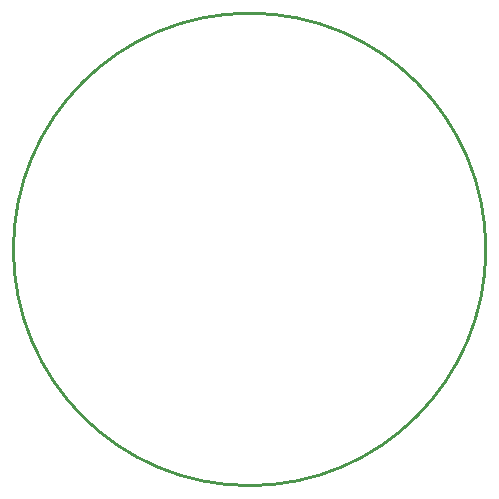
<source format=gko>
G04 Layer: BoardOutline*
G04 EasyEDA v6.4.17, 2021-03-19T16:44:36--7:00*
G04 2dc819ba9ea4424db49a2a786f0bdddf,d6c3d315a7ad4e81bc1a44f6c2ba7827,10*
G04 Gerber Generator version 0.2*
G04 Scale: 100 percent, Rotated: No, Reflected: No *
G04 Dimensions in millimeters *
G04 leading zeros omitted , absolute positions ,4 integer and 5 decimal *
%FSLAX45Y45*%
%MOMM*%

%ADD10C,0.2540*%
D10*
G75*
G01
X3866896Y13982700D02*
G03X3866896Y13982700I-1999996J0D01*

%LPD*%
M02*

</source>
